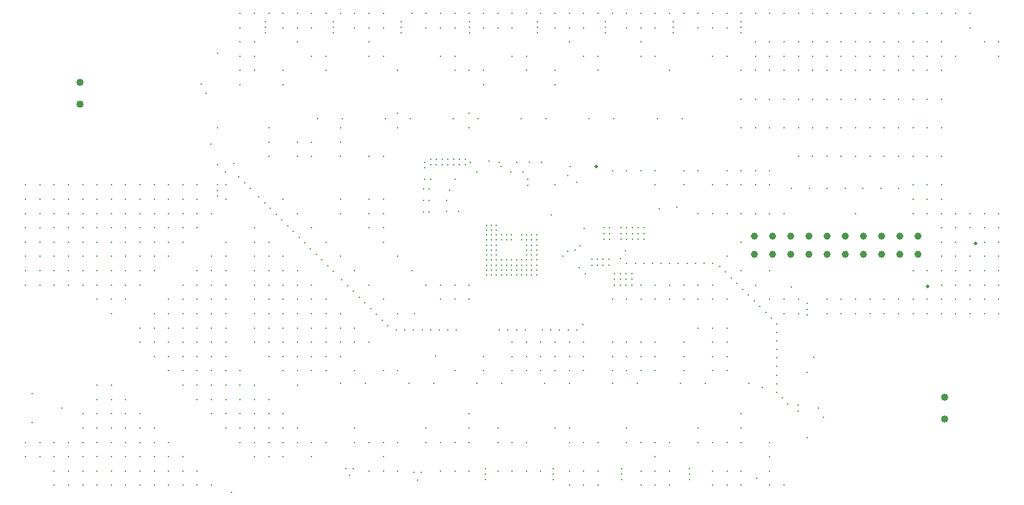
<source format=gbr>
%TF.GenerationSoftware,KiCad,Pcbnew,7.0.11-rc3*%
%TF.CreationDate,2025-03-16T23:24:37+08:00*%
%TF.ProjectId,BQ79616_BMS_14Ch,42513739-3631-4365-9f42-4d535f313443,V1.2*%
%TF.SameCoordinates,Original*%
%TF.FileFunction,Plated,1,4,PTH,Drill*%
%TF.FilePolarity,Positive*%
%FSLAX46Y46*%
G04 Gerber Fmt 4.6, Leading zero omitted, Abs format (unit mm)*
G04 Created by KiCad (PCBNEW 7.0.11-rc3) date 2025-03-16 23:24:37*
%MOMM*%
%LPD*%
G01*
G04 APERTURE LIST*
%TA.AperFunction,ViaDrill*%
%ADD10C,0.250000*%
%TD*%
%TA.AperFunction,ViaDrill*%
%ADD11C,0.300000*%
%TD*%
%TA.AperFunction,ComponentDrill*%
%ADD12C,0.500000*%
%TD*%
%TA.AperFunction,ComponentDrill*%
%ADD13C,1.000000*%
%TD*%
%TA.AperFunction,ComponentDrill*%
%ADD14C,1.020000*%
%TD*%
G04 APERTURE END LIST*
D10*
X82915000Y-115000000D03*
X82915000Y-119000000D03*
X87085000Y-117000000D03*
X106500000Y-71750000D03*
X107850000Y-80062500D03*
X110750000Y-128750000D03*
X115500000Y-64500000D03*
X122750000Y-76500000D03*
X125000000Y-64500000D03*
X126025000Y-113500000D03*
X126225000Y-76500000D03*
X127250000Y-126370837D03*
X129500000Y-113500000D03*
X132250000Y-76500000D03*
X134500000Y-64500000D03*
X135525000Y-113500000D03*
X135725000Y-76500000D03*
X136358058Y-103841942D03*
X136750000Y-127070837D03*
X139000000Y-113500000D03*
X139250000Y-109750000D03*
X140775000Y-88000000D03*
X140775000Y-89500000D03*
X141275000Y-86500000D03*
X141750000Y-76500000D03*
X142025000Y-85000000D03*
X142500000Y-89500000D03*
X144000000Y-64500000D03*
X145025000Y-84000000D03*
X145025000Y-113500000D03*
X145225000Y-76500000D03*
X146250000Y-127000000D03*
X146775000Y-82500000D03*
X148500000Y-113500000D03*
X149750000Y-83975000D03*
X151250000Y-76500000D03*
X151500000Y-83975000D03*
X152125000Y-85850000D03*
X152200000Y-85000000D03*
X153500000Y-64500000D03*
X154525000Y-113500000D03*
X154725000Y-76500000D03*
X155500000Y-90000000D03*
X157750000Y-84500000D03*
X158000000Y-113500000D03*
X158074052Y-83225000D03*
X160025000Y-91825000D03*
X160750000Y-76500000D03*
X163000000Y-64500000D03*
X164025000Y-113500000D03*
X164225000Y-76500000D03*
X165800000Y-95000000D03*
X167500000Y-113500000D03*
X170250000Y-76500000D03*
X170500000Y-89125000D03*
X172500000Y-64500000D03*
X173000000Y-88925000D03*
X173525000Y-113500000D03*
X173725000Y-76500000D03*
X177000000Y-113500000D03*
X182000000Y-64500000D03*
X183025000Y-113500000D03*
X184900000Y-114100000D03*
X189000000Y-86250000D03*
X189000000Y-100075000D03*
X191500000Y-86250000D03*
X192150000Y-109937500D03*
X193500000Y-118250000D03*
X194000000Y-86250000D03*
X196500000Y-86250000D03*
X199000000Y-86250000D03*
X201500000Y-86250000D03*
X204000000Y-86250000D03*
D11*
X81975000Y-85800000D03*
X81975000Y-87800000D03*
X81975000Y-89800000D03*
X81975000Y-91800000D03*
X81975000Y-93800000D03*
X81975000Y-95800000D03*
X81975000Y-97800000D03*
X81975000Y-99800000D03*
X81975000Y-121800000D03*
X81975000Y-123800000D03*
X83975000Y-85800000D03*
X83975000Y-87800000D03*
X83975000Y-89800000D03*
X83975000Y-91800000D03*
X83975000Y-93800000D03*
X83975000Y-95800000D03*
X83975000Y-97800000D03*
X83975000Y-99800000D03*
X83975000Y-121800000D03*
X83975000Y-123800000D03*
X85975000Y-85800000D03*
X85975000Y-87800000D03*
X85975000Y-89800000D03*
X85975000Y-91800000D03*
X85975000Y-93800000D03*
X85975000Y-95800000D03*
X85975000Y-97800000D03*
X85975000Y-99800000D03*
X85975000Y-121800000D03*
X85975000Y-123800000D03*
X85975000Y-125800000D03*
X85975000Y-127800000D03*
X87975000Y-85800000D03*
X87975000Y-87800000D03*
X87975000Y-89800000D03*
X87975000Y-91800000D03*
X87975000Y-93800000D03*
X87975000Y-95800000D03*
X87975000Y-97800000D03*
X87975000Y-99800000D03*
X87975000Y-121800000D03*
X87975000Y-123800000D03*
X87975000Y-125800000D03*
X87975000Y-127800000D03*
X89975000Y-85800000D03*
X89975000Y-87800000D03*
X89975000Y-89800000D03*
X89975000Y-91800000D03*
X89975000Y-93800000D03*
X89975000Y-95800000D03*
X89975000Y-97800000D03*
X89975000Y-99800000D03*
X89975000Y-117800000D03*
X89975000Y-119800000D03*
X89975000Y-121800000D03*
X89975000Y-123800000D03*
X89975000Y-125800000D03*
X89975000Y-127800000D03*
X91975000Y-85800000D03*
X91975000Y-87800000D03*
X91975000Y-89800000D03*
X91975000Y-91800000D03*
X91975000Y-93800000D03*
X91975000Y-95800000D03*
X91975000Y-97800000D03*
X91975000Y-99800000D03*
X91975000Y-101800000D03*
X91975000Y-113800000D03*
X91975000Y-115800000D03*
X91975000Y-117800000D03*
X91975000Y-119800000D03*
X91975000Y-121800000D03*
X91975000Y-123800000D03*
X91975000Y-125800000D03*
X91975000Y-127800000D03*
X93975000Y-85800000D03*
X93975000Y-87800000D03*
X93975000Y-89800000D03*
X93975000Y-91800000D03*
X93975000Y-93800000D03*
X93975000Y-95800000D03*
X93975000Y-97800000D03*
X93975000Y-99800000D03*
X93975000Y-101800000D03*
X93975000Y-103800000D03*
X93975000Y-113800000D03*
X93975000Y-115800000D03*
X93975000Y-117800000D03*
X93975000Y-119800000D03*
X93975000Y-121800000D03*
X93975000Y-123800000D03*
X93975000Y-125800000D03*
X93975000Y-127800000D03*
X95975000Y-85800000D03*
X95975000Y-87800000D03*
X95975000Y-89800000D03*
X95975000Y-91800000D03*
X95975000Y-93800000D03*
X95975000Y-95800000D03*
X95975000Y-97800000D03*
X95975000Y-99800000D03*
X95975000Y-101800000D03*
X95975000Y-115800000D03*
X95975000Y-117800000D03*
X95975000Y-119800000D03*
X95975000Y-121800000D03*
X95975000Y-123800000D03*
X95975000Y-125800000D03*
X95975000Y-127800000D03*
X97975000Y-85800000D03*
X97975000Y-87800000D03*
X97975000Y-89800000D03*
X97975000Y-91800000D03*
X97975000Y-93800000D03*
X97975000Y-95800000D03*
X97975000Y-97800000D03*
X97975000Y-99800000D03*
X97975000Y-105800000D03*
X97975000Y-107800000D03*
X97975000Y-117800000D03*
X97975000Y-119800000D03*
X97975000Y-121800000D03*
X97975000Y-123800000D03*
X97975000Y-125800000D03*
X97975000Y-127800000D03*
X99975000Y-85800000D03*
X99975000Y-87800000D03*
X99975000Y-89800000D03*
X99975000Y-91800000D03*
X99975000Y-93800000D03*
X99975000Y-95800000D03*
X99975000Y-97800000D03*
X99975000Y-103800000D03*
X99975000Y-105800000D03*
X99975000Y-107800000D03*
X99975000Y-109800000D03*
X99975000Y-119800000D03*
X99975000Y-121800000D03*
X99975000Y-123800000D03*
X99975000Y-125800000D03*
X99975000Y-127800000D03*
X101975000Y-85800000D03*
X101975000Y-87800000D03*
X101975000Y-89800000D03*
X101975000Y-91800000D03*
X101975000Y-93800000D03*
X101975000Y-95800000D03*
X101975000Y-101800000D03*
X101975000Y-103800000D03*
X101975000Y-105800000D03*
X101975000Y-107800000D03*
X101975000Y-109800000D03*
X101975000Y-111800000D03*
X101975000Y-121800000D03*
X101975000Y-123800000D03*
X101975000Y-125800000D03*
X101975000Y-127800000D03*
X103975000Y-85800000D03*
X103975000Y-87800000D03*
X103975000Y-89800000D03*
X103975000Y-91800000D03*
X103975000Y-93800000D03*
X103975000Y-99800000D03*
X103975000Y-101800000D03*
X103975000Y-103800000D03*
X103975000Y-105800000D03*
X103975000Y-107800000D03*
X103975000Y-109800000D03*
X103975000Y-111800000D03*
X103975000Y-113800000D03*
X103975000Y-123800000D03*
X103975000Y-125800000D03*
X103975000Y-127800000D03*
X105975000Y-85800000D03*
X105975000Y-87800000D03*
X105975000Y-89800000D03*
X105975000Y-91800000D03*
X105975000Y-97800000D03*
X105975000Y-99800000D03*
X105975000Y-101800000D03*
X105975000Y-103800000D03*
X105975000Y-105800000D03*
X105975000Y-107800000D03*
X105975000Y-109800000D03*
X105975000Y-111800000D03*
X105975000Y-113800000D03*
X105975000Y-115800000D03*
X105975000Y-125800000D03*
X105975000Y-127800000D03*
X107175000Y-73000000D03*
X107975000Y-89800000D03*
X107975000Y-95800000D03*
X107975000Y-97800000D03*
X107975000Y-99800000D03*
X107975000Y-101800000D03*
X107975000Y-103800000D03*
X107975000Y-105800000D03*
X107975000Y-107800000D03*
X107975000Y-109800000D03*
X107975000Y-111800000D03*
X107975000Y-113800000D03*
X107975000Y-115800000D03*
X107975000Y-117800000D03*
X107975000Y-127800000D03*
X108800000Y-67400000D03*
X108800000Y-77800000D03*
X108800000Y-83000000D03*
X108800000Y-85800000D03*
X108800000Y-86600000D03*
X108800000Y-87400000D03*
X109934314Y-83965686D03*
X109975000Y-85800000D03*
X109975000Y-87800000D03*
X109975000Y-93800000D03*
X109975000Y-95800000D03*
X109975000Y-97800000D03*
X109975000Y-99800000D03*
X109975000Y-101800000D03*
X109975000Y-103800000D03*
X109975000Y-105800000D03*
X109975000Y-107800000D03*
X109975000Y-109800000D03*
X109975000Y-111800000D03*
X109975000Y-113800000D03*
X109975000Y-115800000D03*
X109975000Y-117800000D03*
X109975000Y-119800000D03*
X111065686Y-82834314D03*
X111800000Y-84700000D03*
X111975000Y-61800000D03*
X111975000Y-63800000D03*
X111975000Y-65800000D03*
X111975000Y-67800000D03*
X111975000Y-69800000D03*
X111975000Y-71800000D03*
X111975000Y-111800000D03*
X111975000Y-113800000D03*
X111975000Y-115800000D03*
X111975000Y-117800000D03*
X111975000Y-119800000D03*
X111975000Y-121800000D03*
X112600000Y-85500000D03*
X113400000Y-86300000D03*
X113975000Y-61800000D03*
X113975000Y-65800000D03*
X113975000Y-67800000D03*
X113975000Y-69800000D03*
X113975000Y-91800000D03*
X113975000Y-93800000D03*
X113975000Y-95800000D03*
X113975000Y-97800000D03*
X113975000Y-99800000D03*
X113975000Y-101800000D03*
X113975000Y-103800000D03*
X113975000Y-105800000D03*
X113975000Y-107800000D03*
X113975000Y-113800000D03*
X113975000Y-115800000D03*
X113975000Y-117800000D03*
X113975000Y-119800000D03*
X113975000Y-121800000D03*
X113975000Y-123800000D03*
X114600000Y-87500000D03*
X115400000Y-88300000D03*
X115500000Y-63000000D03*
X115500000Y-63750000D03*
X115975000Y-61800000D03*
X115975000Y-77800000D03*
X115975000Y-79800000D03*
X115975000Y-81800000D03*
X115975000Y-93800000D03*
X115975000Y-95800000D03*
X115975000Y-97800000D03*
X115975000Y-99800000D03*
X115975000Y-101800000D03*
X115975000Y-103800000D03*
X115975000Y-105800000D03*
X115975000Y-107800000D03*
X115975000Y-109800000D03*
X115975000Y-115800000D03*
X115975000Y-117800000D03*
X115975000Y-119800000D03*
X115975000Y-121800000D03*
X115975000Y-123800000D03*
X116200000Y-89100000D03*
X117000000Y-89900000D03*
X117800000Y-90700000D03*
X117975000Y-61800000D03*
X117975000Y-63800000D03*
X117975000Y-69800000D03*
X117975000Y-71800000D03*
X117975000Y-87800000D03*
X117975000Y-95800000D03*
X117975000Y-97800000D03*
X117975000Y-99800000D03*
X117975000Y-101800000D03*
X117975000Y-103800000D03*
X117975000Y-105800000D03*
X117975000Y-107800000D03*
X117975000Y-109800000D03*
X117975000Y-111800000D03*
X117975000Y-117800000D03*
X117975000Y-119800000D03*
X117975000Y-121800000D03*
X117975000Y-123800000D03*
X118600000Y-91500000D03*
X119400000Y-92300000D03*
X119975000Y-61800000D03*
X119975000Y-63800000D03*
X119975000Y-65800000D03*
X119975000Y-79800000D03*
X119975000Y-81800000D03*
X119975000Y-89800000D03*
X119975000Y-97800000D03*
X119975000Y-99800000D03*
X119975000Y-101800000D03*
X119975000Y-103800000D03*
X119975000Y-105800000D03*
X119975000Y-107800000D03*
X119975000Y-109800000D03*
X119975000Y-111800000D03*
X119975000Y-113800000D03*
X119975000Y-119800000D03*
X119975000Y-121800000D03*
X120200000Y-93100000D03*
X121000000Y-93900000D03*
X121800000Y-94700000D03*
X121975000Y-61800000D03*
X121975000Y-63800000D03*
X121975000Y-67800000D03*
X121975000Y-79800000D03*
X121975000Y-81800000D03*
X121975000Y-91800000D03*
X121975000Y-99800000D03*
X121975000Y-101800000D03*
X121975000Y-103800000D03*
X121975000Y-105800000D03*
X121975000Y-107800000D03*
X121975000Y-109800000D03*
X121975000Y-111800000D03*
X121975000Y-121800000D03*
X121975000Y-123800000D03*
X122600000Y-95500000D03*
X123400000Y-96300000D03*
X123975000Y-61800000D03*
X123975000Y-67800000D03*
X123975000Y-69800000D03*
X123975000Y-93800000D03*
X123975000Y-101800000D03*
X123975000Y-103800000D03*
X123975000Y-105800000D03*
X123975000Y-107800000D03*
X123975000Y-109800000D03*
X123975000Y-111800000D03*
X123975000Y-121800000D03*
X124200000Y-97100000D03*
X125000000Y-63000000D03*
X125000000Y-63750000D03*
X125000000Y-97900000D03*
X125975000Y-61800000D03*
X125975000Y-77800000D03*
X125975000Y-79800000D03*
X125975000Y-81800000D03*
X125975000Y-87800000D03*
X125975000Y-89800000D03*
X125975000Y-95800000D03*
X125975000Y-103800000D03*
X125975000Y-105800000D03*
X125975000Y-107800000D03*
X125975000Y-109800000D03*
X126200000Y-99100000D03*
X126750000Y-125500000D03*
X127000000Y-99900000D03*
X127750000Y-125500000D03*
X127800000Y-100700000D03*
X127975000Y-61800000D03*
X127975000Y-63800000D03*
X127975000Y-97800000D03*
X127975000Y-105800000D03*
X127975000Y-107800000D03*
X127975000Y-111800000D03*
X127975000Y-119800000D03*
X127975000Y-121800000D03*
X128600000Y-101500000D03*
X129400000Y-102300000D03*
X129975000Y-61800000D03*
X129975000Y-63800000D03*
X129975000Y-65800000D03*
X129975000Y-67800000D03*
X129975000Y-81800000D03*
X129975000Y-87800000D03*
X129975000Y-89800000D03*
X129975000Y-91800000D03*
X129975000Y-99800000D03*
X129975000Y-107800000D03*
X129975000Y-121800000D03*
X129975000Y-125800000D03*
X130200000Y-103100000D03*
X131000000Y-103900000D03*
X131800000Y-104700000D03*
X131975000Y-61800000D03*
X131975000Y-63800000D03*
X131975000Y-67800000D03*
X131975000Y-81800000D03*
X131975000Y-87800000D03*
X131975000Y-89800000D03*
X131975000Y-91800000D03*
X131975000Y-93800000D03*
X131975000Y-101800000D03*
X131975000Y-111800000D03*
X131975000Y-121800000D03*
X131975000Y-123800000D03*
X131975000Y-125800000D03*
X132600000Y-105500000D03*
X133800000Y-106100000D03*
X133975000Y-69800000D03*
X133975000Y-75800000D03*
X133975000Y-77800000D03*
X133975000Y-95800000D03*
X133975000Y-103800000D03*
X133975000Y-111800000D03*
X133975000Y-121800000D03*
X133975000Y-125800000D03*
X134500000Y-63000000D03*
X134500000Y-63750000D03*
X135000000Y-106100000D03*
X135975000Y-61800000D03*
X135975000Y-97800000D03*
X136200000Y-106100000D03*
X136250000Y-126000000D03*
X137250000Y-126000000D03*
X137400000Y-106100000D03*
X137600000Y-86400000D03*
X137600000Y-88000000D03*
X137600000Y-89600000D03*
X137800000Y-82600000D03*
X137800000Y-83400000D03*
X137800000Y-85000000D03*
X137975000Y-61800000D03*
X137975000Y-63800000D03*
X137975000Y-99800000D03*
X137975000Y-119800000D03*
X137975000Y-121800000D03*
X138400000Y-86400000D03*
X138400000Y-88000000D03*
X138400000Y-89600000D03*
X138600000Y-82200000D03*
X138600000Y-83000000D03*
X138600000Y-85000000D03*
X138600000Y-106100000D03*
X139400000Y-82200000D03*
X139400000Y-83000000D03*
X139800000Y-106100000D03*
X139975000Y-61800000D03*
X139975000Y-63800000D03*
X139975000Y-67800000D03*
X139975000Y-99800000D03*
X139975000Y-101800000D03*
X139975000Y-121800000D03*
X139975000Y-125800000D03*
X140200000Y-82200000D03*
X140200000Y-83000000D03*
X141000000Y-82200000D03*
X141000000Y-83000000D03*
X141000000Y-106100000D03*
X141800000Y-82200000D03*
X141800000Y-83000000D03*
X141975000Y-61800000D03*
X141975000Y-63800000D03*
X141975000Y-67800000D03*
X141975000Y-69800000D03*
X141975000Y-99800000D03*
X141975000Y-101800000D03*
X141975000Y-111800000D03*
X141975000Y-121800000D03*
X141975000Y-125800000D03*
X142200000Y-106100000D03*
X142600000Y-82200000D03*
X142600000Y-83000000D03*
X143400000Y-82200000D03*
X143400000Y-83000000D03*
X143975000Y-61800000D03*
X143975000Y-69800000D03*
X143975000Y-75800000D03*
X143975000Y-77800000D03*
X143975000Y-99800000D03*
X143975000Y-101800000D03*
X143975000Y-117800000D03*
X143975000Y-119800000D03*
X143975000Y-121800000D03*
X143975000Y-125800000D03*
X144000000Y-63000000D03*
X144000000Y-63750000D03*
X144100000Y-82600000D03*
X145975000Y-61800000D03*
X145975000Y-63800000D03*
X145975000Y-69800000D03*
X145975000Y-71800000D03*
X145975000Y-109800000D03*
X145975000Y-111800000D03*
X146250000Y-125500000D03*
X146250000Y-126250000D03*
X146400000Y-91400000D03*
X146400000Y-92100000D03*
X146400000Y-92800000D03*
X146400000Y-93500000D03*
X146400000Y-94200000D03*
X146400000Y-94900000D03*
X146400000Y-95600000D03*
X146400000Y-96300000D03*
X146400000Y-97000000D03*
X146400000Y-97700000D03*
X146400000Y-98400000D03*
X147100000Y-91400000D03*
X147100000Y-92100000D03*
X147100000Y-92800000D03*
X147100000Y-93500000D03*
X147100000Y-94200000D03*
X147100000Y-94900000D03*
X147100000Y-95600000D03*
X147100000Y-96300000D03*
X147100000Y-97000000D03*
X147100000Y-97700000D03*
X147100000Y-98400000D03*
X147800000Y-91400000D03*
X147800000Y-92100000D03*
X147800000Y-92800000D03*
X147800000Y-93500000D03*
X147800000Y-94200000D03*
X147800000Y-94900000D03*
X147800000Y-95600000D03*
X147800000Y-96300000D03*
X147800000Y-97000000D03*
X147800000Y-97700000D03*
X147800000Y-98400000D03*
X147975000Y-61800000D03*
X147975000Y-63800000D03*
X147975000Y-119800000D03*
X147975000Y-121800000D03*
X147975000Y-125800000D03*
X148200000Y-82600000D03*
X148200000Y-106100000D03*
X148400000Y-83200000D03*
X148500000Y-92800000D03*
X148500000Y-93500000D03*
X148500000Y-96300000D03*
X148500000Y-97000000D03*
X148500000Y-97700000D03*
X148500000Y-98400000D03*
X149200000Y-92800000D03*
X149200000Y-93500000D03*
X149200000Y-96300000D03*
X149200000Y-97000000D03*
X149200000Y-97700000D03*
X149200000Y-98400000D03*
X149400000Y-106100000D03*
X149900000Y-92800000D03*
X149900000Y-93500000D03*
X149900000Y-96300000D03*
X149900000Y-97000000D03*
X149900000Y-97700000D03*
X149900000Y-98400000D03*
X149975000Y-61800000D03*
X149975000Y-63800000D03*
X149975000Y-67800000D03*
X149975000Y-107800000D03*
X149975000Y-109800000D03*
X149975000Y-111800000D03*
X149975000Y-121800000D03*
X149975000Y-125800000D03*
X150600000Y-82600000D03*
X150600000Y-96300000D03*
X150600000Y-97000000D03*
X150600000Y-97700000D03*
X150600000Y-98400000D03*
X150600000Y-106100000D03*
X151300000Y-92800000D03*
X151300000Y-93500000D03*
X151300000Y-96300000D03*
X151300000Y-97000000D03*
X151300000Y-97700000D03*
X151300000Y-98400000D03*
X151800000Y-106100000D03*
X151975000Y-61800000D03*
X151975000Y-67800000D03*
X151975000Y-69800000D03*
X151975000Y-107800000D03*
X151975000Y-109800000D03*
X151975000Y-111800000D03*
X151975000Y-121800000D03*
X151975000Y-125800000D03*
X152000000Y-92800000D03*
X152000000Y-93500000D03*
X152000000Y-94200000D03*
X152000000Y-94900000D03*
X152000000Y-95600000D03*
X152000000Y-96300000D03*
X152000000Y-97000000D03*
X152000000Y-97700000D03*
X152000000Y-98400000D03*
X152400000Y-82600000D03*
X152700000Y-92800000D03*
X152700000Y-93500000D03*
X152700000Y-94200000D03*
X152700000Y-94900000D03*
X152700000Y-95600000D03*
X152700000Y-96300000D03*
X152700000Y-97000000D03*
X152700000Y-97700000D03*
X152700000Y-98400000D03*
X153400000Y-92800000D03*
X153400000Y-93500000D03*
X153400000Y-94200000D03*
X153400000Y-94900000D03*
X153400000Y-95600000D03*
X153400000Y-96300000D03*
X153400000Y-97000000D03*
X153400000Y-97700000D03*
X153400000Y-98400000D03*
X153500000Y-63000000D03*
X153500000Y-63750000D03*
X153975000Y-61800000D03*
X153975000Y-107800000D03*
X153975000Y-109800000D03*
X153975000Y-111800000D03*
X153975000Y-125800000D03*
X154100000Y-82600000D03*
X154200000Y-106100000D03*
X155400000Y-106100000D03*
X155750000Y-125500000D03*
X155750000Y-126250000D03*
X155750000Y-127000000D03*
X155975000Y-61800000D03*
X155975000Y-63800000D03*
X155975000Y-69800000D03*
X155975000Y-71800000D03*
X155975000Y-85800000D03*
X155975000Y-107800000D03*
X155975000Y-109800000D03*
X155975000Y-111800000D03*
X155975000Y-119800000D03*
X156600000Y-106100000D03*
X157101165Y-95718199D03*
X157737563Y-95081801D03*
X157800000Y-106100000D03*
X157975000Y-61800000D03*
X157975000Y-63800000D03*
X157975000Y-65800000D03*
X157975000Y-107800000D03*
X157975000Y-109800000D03*
X157975000Y-111800000D03*
X157975000Y-119800000D03*
X157975000Y-121800000D03*
X157975000Y-125800000D03*
X157975000Y-127800000D03*
X158781801Y-94918199D03*
X159000000Y-85400000D03*
X159000000Y-106100000D03*
X159400000Y-97400000D03*
X159418199Y-94281801D03*
X159900000Y-105300000D03*
X159975000Y-61800000D03*
X159975000Y-63800000D03*
X159975000Y-67800000D03*
X159975000Y-107800000D03*
X159975000Y-109800000D03*
X159975000Y-111800000D03*
X159975000Y-121800000D03*
X159975000Y-125800000D03*
X159975000Y-127800000D03*
X160200000Y-98200000D03*
X161100000Y-96200000D03*
X161100000Y-97000000D03*
X161900000Y-96200000D03*
X161900000Y-97000000D03*
X161975000Y-61800000D03*
X161975000Y-67800000D03*
X161975000Y-69800000D03*
X161975000Y-121800000D03*
X161975000Y-125800000D03*
X161975000Y-127800000D03*
X162700000Y-96200000D03*
X162700000Y-97000000D03*
X162800000Y-91800000D03*
X162800000Y-92600000D03*
X162800000Y-93400000D03*
X163000000Y-63000000D03*
X163000000Y-63750000D03*
X163500000Y-96200000D03*
X163500000Y-97000000D03*
X163600000Y-91800000D03*
X163600000Y-92600000D03*
X163600000Y-93400000D03*
X163975000Y-61800000D03*
X163975000Y-83800000D03*
X163975000Y-101800000D03*
X163975000Y-107800000D03*
X163975000Y-109800000D03*
X163975000Y-111800000D03*
X164300000Y-98200000D03*
X164300000Y-99000000D03*
X164300000Y-99800000D03*
X165100000Y-96100000D03*
X165100000Y-98200000D03*
X165100000Y-99000000D03*
X165100000Y-99800000D03*
X165200000Y-91800000D03*
X165200000Y-92600000D03*
X165200000Y-93400000D03*
X165250000Y-125500000D03*
X165250000Y-126250000D03*
X165250000Y-127000000D03*
X165900000Y-98200000D03*
X165900000Y-99000000D03*
X165900000Y-99800000D03*
X165975000Y-61800000D03*
X165975000Y-63800000D03*
X165975000Y-83800000D03*
X165975000Y-101800000D03*
X165975000Y-107800000D03*
X165975000Y-109800000D03*
X165975000Y-111800000D03*
X165975000Y-119800000D03*
X165975000Y-121800000D03*
X166000000Y-91800000D03*
X166000000Y-92600000D03*
X166000000Y-93400000D03*
X166000000Y-96800000D03*
X166700000Y-98200000D03*
X166700000Y-99000000D03*
X166700000Y-99800000D03*
X166800000Y-91800000D03*
X166800000Y-92600000D03*
X166800000Y-93400000D03*
X167200000Y-96800000D03*
X167600000Y-91800000D03*
X167600000Y-92600000D03*
X167600000Y-93400000D03*
X167975000Y-61800000D03*
X167975000Y-63800000D03*
X167975000Y-65800000D03*
X167975000Y-67800000D03*
X167975000Y-83800000D03*
X167975000Y-99800000D03*
X167975000Y-101800000D03*
X167975000Y-107800000D03*
X167975000Y-109800000D03*
X167975000Y-111800000D03*
X167975000Y-121800000D03*
X167975000Y-125800000D03*
X167975000Y-127800000D03*
X168400000Y-91800000D03*
X168400000Y-92600000D03*
X168400000Y-93400000D03*
X168400000Y-96800000D03*
X169600000Y-96800000D03*
X169975000Y-61800000D03*
X169975000Y-63800000D03*
X169975000Y-67800000D03*
X169975000Y-83800000D03*
X169975000Y-85800000D03*
X169975000Y-99800000D03*
X169975000Y-101800000D03*
X169975000Y-107800000D03*
X169975000Y-109800000D03*
X169975000Y-111800000D03*
X169975000Y-121800000D03*
X169975000Y-123800000D03*
X169975000Y-125800000D03*
X169975000Y-127800000D03*
X170800000Y-96800000D03*
X171975000Y-61800000D03*
X171975000Y-69800000D03*
X171975000Y-99800000D03*
X171975000Y-101800000D03*
X171975000Y-121800000D03*
X171975000Y-125800000D03*
X171975000Y-127800000D03*
X172000000Y-96800000D03*
X172500000Y-63000000D03*
X172500000Y-63750000D03*
X173200000Y-96800000D03*
X173975000Y-61800000D03*
X173975000Y-83800000D03*
X173975000Y-85800000D03*
X173975000Y-99800000D03*
X173975000Y-101800000D03*
X173975000Y-107800000D03*
X173975000Y-109800000D03*
X173975000Y-111800000D03*
X174400000Y-96800000D03*
X174750000Y-125500000D03*
X174750000Y-126250000D03*
X174750000Y-127000000D03*
X175600000Y-96800000D03*
X175975000Y-61800000D03*
X175975000Y-63800000D03*
X175975000Y-83800000D03*
X175975000Y-89800000D03*
X175975000Y-99800000D03*
X175975000Y-101800000D03*
X175975000Y-105800000D03*
X175975000Y-119800000D03*
X175975000Y-121800000D03*
X176800000Y-96800000D03*
X177975000Y-61800000D03*
X177975000Y-63800000D03*
X177975000Y-67800000D03*
X177975000Y-85800000D03*
X177975000Y-89800000D03*
X177975000Y-99800000D03*
X177975000Y-101800000D03*
X177975000Y-105800000D03*
X177975000Y-107800000D03*
X177975000Y-109800000D03*
X177975000Y-111800000D03*
X177975000Y-121800000D03*
X177975000Y-125800000D03*
X177975000Y-127800000D03*
X178000000Y-96800000D03*
X179000000Y-97200000D03*
X179800000Y-98000000D03*
X179975000Y-61800000D03*
X179975000Y-63800000D03*
X179975000Y-67800000D03*
X179975000Y-83800000D03*
X179975000Y-85800000D03*
X179975000Y-89800000D03*
X179975000Y-95800000D03*
X179975000Y-101800000D03*
X179975000Y-105800000D03*
X179975000Y-107800000D03*
X179975000Y-109800000D03*
X179975000Y-111800000D03*
X179975000Y-121800000D03*
X179975000Y-125800000D03*
X179975000Y-127800000D03*
X180600000Y-98800000D03*
X181400000Y-99600000D03*
X181975000Y-61800000D03*
X181975000Y-69800000D03*
X181975000Y-73800000D03*
X181975000Y-77800000D03*
X181975000Y-83800000D03*
X181975000Y-85800000D03*
X181975000Y-89800000D03*
X181975000Y-93800000D03*
X181975000Y-97800000D03*
X181975000Y-117800000D03*
X181975000Y-119800000D03*
X181975000Y-121800000D03*
X181975000Y-125800000D03*
X181975000Y-127800000D03*
X182000000Y-63000000D03*
X182000000Y-63750000D03*
X182200000Y-100400000D03*
X183000000Y-101200000D03*
X183800000Y-102000000D03*
X183975000Y-61800000D03*
X183975000Y-65800000D03*
X183975000Y-67800000D03*
X183975000Y-69800000D03*
X183975000Y-73800000D03*
X183975000Y-77800000D03*
X183975000Y-83800000D03*
X183975000Y-85800000D03*
X183975000Y-89800000D03*
X183975000Y-99800000D03*
X184200000Y-126800000D03*
X184600000Y-102800000D03*
X185400000Y-103600000D03*
X185975000Y-61800000D03*
X185975000Y-65800000D03*
X185975000Y-67800000D03*
X185975000Y-69800000D03*
X185975000Y-73800000D03*
X185975000Y-77800000D03*
X185975000Y-83800000D03*
X185975000Y-85800000D03*
X185975000Y-89800000D03*
X185975000Y-97800000D03*
X185975000Y-101800000D03*
X185975000Y-121800000D03*
X185975000Y-123800000D03*
X185975000Y-125800000D03*
X185975000Y-127800000D03*
X186200000Y-104400000D03*
X187000000Y-105200000D03*
X187000000Y-106400000D03*
X187000000Y-107600000D03*
X187000000Y-108800000D03*
X187000000Y-110000000D03*
X187000000Y-111200000D03*
X187000000Y-112400000D03*
X187000000Y-113600000D03*
X187000000Y-114800000D03*
X187700000Y-115600000D03*
X187975000Y-61800000D03*
X187975000Y-65800000D03*
X187975000Y-67800000D03*
X187975000Y-69800000D03*
X187975000Y-73800000D03*
X187975000Y-77800000D03*
X187975000Y-89800000D03*
X187975000Y-101800000D03*
X187975000Y-103800000D03*
X187975000Y-127800000D03*
X188500000Y-116400000D03*
X189900000Y-116550000D03*
X189900000Y-117450000D03*
X189975000Y-61800000D03*
X189975000Y-65800000D03*
X189975000Y-67800000D03*
X189975000Y-69800000D03*
X189975000Y-73800000D03*
X189975000Y-77800000D03*
X189975000Y-81800000D03*
X189975000Y-101800000D03*
X189975000Y-103800000D03*
X191200000Y-102400000D03*
X191200000Y-103200000D03*
X191200000Y-104000000D03*
X191200000Y-112000000D03*
X191200000Y-121175000D03*
X191975000Y-61800000D03*
X191975000Y-65800000D03*
X191975000Y-67800000D03*
X191975000Y-69800000D03*
X191975000Y-73800000D03*
X191975000Y-77800000D03*
X191975000Y-81800000D03*
X192825000Y-117000000D03*
X193975000Y-61800000D03*
X193975000Y-65800000D03*
X193975000Y-67800000D03*
X193975000Y-69800000D03*
X193975000Y-73800000D03*
X193975000Y-77800000D03*
X193975000Y-81800000D03*
X193975000Y-101800000D03*
X193975000Y-103800000D03*
X195975000Y-61800000D03*
X195975000Y-65800000D03*
X195975000Y-67800000D03*
X195975000Y-69800000D03*
X195975000Y-73800000D03*
X195975000Y-77800000D03*
X195975000Y-81800000D03*
X195975000Y-101800000D03*
X195975000Y-103800000D03*
X197975000Y-61800000D03*
X197975000Y-65800000D03*
X197975000Y-67800000D03*
X197975000Y-69800000D03*
X197975000Y-73800000D03*
X197975000Y-77800000D03*
X197975000Y-81800000D03*
X197975000Y-89800000D03*
X197975000Y-101800000D03*
X197975000Y-103800000D03*
X199975000Y-61800000D03*
X199975000Y-65800000D03*
X199975000Y-67800000D03*
X199975000Y-69800000D03*
X199975000Y-73800000D03*
X199975000Y-77800000D03*
X199975000Y-81800000D03*
X199975000Y-101800000D03*
X199975000Y-103800000D03*
X201975000Y-61800000D03*
X201975000Y-65800000D03*
X201975000Y-67800000D03*
X201975000Y-69800000D03*
X201975000Y-73800000D03*
X201975000Y-77800000D03*
X201975000Y-81800000D03*
X201975000Y-101800000D03*
X201975000Y-103800000D03*
X203975000Y-61800000D03*
X203975000Y-65800000D03*
X203975000Y-67800000D03*
X203975000Y-69800000D03*
X203975000Y-73800000D03*
X203975000Y-77800000D03*
X203975000Y-81800000D03*
X203975000Y-101800000D03*
X203975000Y-103800000D03*
X205975000Y-61800000D03*
X205975000Y-65800000D03*
X205975000Y-67800000D03*
X205975000Y-69800000D03*
X205975000Y-73800000D03*
X205975000Y-77800000D03*
X205975000Y-81800000D03*
X205975000Y-85800000D03*
X205975000Y-87800000D03*
X205975000Y-89800000D03*
X205975000Y-97800000D03*
X205975000Y-101800000D03*
X205975000Y-103800000D03*
X207975000Y-61800000D03*
X207975000Y-65800000D03*
X207975000Y-67800000D03*
X207975000Y-69800000D03*
X207975000Y-73800000D03*
X207975000Y-77800000D03*
X207975000Y-81800000D03*
X207975000Y-85800000D03*
X207975000Y-87800000D03*
X207975000Y-89800000D03*
X207975000Y-97800000D03*
X207975000Y-101800000D03*
X207975000Y-103800000D03*
X209975000Y-61800000D03*
X209975000Y-65800000D03*
X209975000Y-67800000D03*
X209975000Y-69800000D03*
X209975000Y-73800000D03*
X209975000Y-77800000D03*
X209975000Y-81800000D03*
X209975000Y-85800000D03*
X209975000Y-87800000D03*
X209975000Y-89800000D03*
X209975000Y-91800000D03*
X209975000Y-93800000D03*
X209975000Y-95800000D03*
X209975000Y-97800000D03*
X209975000Y-99800000D03*
X209975000Y-101800000D03*
X209975000Y-103800000D03*
X211975000Y-61800000D03*
X211975000Y-67800000D03*
X211975000Y-89800000D03*
X211975000Y-91800000D03*
X211975000Y-93800000D03*
X211975000Y-95800000D03*
X211975000Y-97800000D03*
X211975000Y-99800000D03*
X211975000Y-101800000D03*
X211975000Y-103800000D03*
X213975000Y-61800000D03*
X213975000Y-63800000D03*
X213975000Y-89800000D03*
X213975000Y-91800000D03*
X213975000Y-95800000D03*
X213975000Y-97800000D03*
X213975000Y-99800000D03*
X213975000Y-101800000D03*
X213975000Y-103800000D03*
X215975000Y-65800000D03*
X215975000Y-89800000D03*
X215975000Y-91800000D03*
X215975000Y-93800000D03*
X215975000Y-95800000D03*
X215975000Y-97800000D03*
X215975000Y-99800000D03*
X215975000Y-101800000D03*
X215975000Y-103800000D03*
X217975000Y-65800000D03*
X217975000Y-67800000D03*
X217975000Y-89800000D03*
X217975000Y-91800000D03*
X217975000Y-93800000D03*
X217975000Y-95800000D03*
X217975000Y-97800000D03*
X217975000Y-99800000D03*
X217975000Y-101800000D03*
X217975000Y-103800000D03*
D12*
%TO.C,TP2*%
X161750000Y-83250000D03*
%TO.C,TP4*%
X208000000Y-100000000D03*
%TO.C,TP3*%
X214750000Y-94000000D03*
D13*
%TO.C,J1*%
X183800000Y-92960000D03*
X183800000Y-95500000D03*
X186340000Y-92960000D03*
X186340000Y-95500000D03*
X188880000Y-92960000D03*
X188880000Y-95500000D03*
X191420000Y-92960000D03*
X191420000Y-95500000D03*
X193960000Y-92960000D03*
X193960000Y-95500000D03*
X196500000Y-92960000D03*
X196500000Y-95500000D03*
X199040000Y-92960000D03*
X199040000Y-95500000D03*
X201580000Y-92960000D03*
X201580000Y-95500000D03*
X204120000Y-92960000D03*
X204120000Y-95500000D03*
X206660000Y-92960000D03*
X206660000Y-95500000D03*
D14*
%TO.C,J5*%
X89570000Y-71500000D03*
X89570000Y-74500000D03*
%TO.C,J4*%
X210430000Y-115500000D03*
X210430000Y-118500000D03*
M02*

</source>
